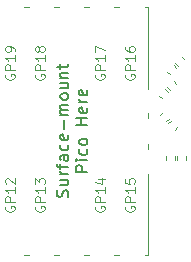
<source format=gbr>
%TF.GenerationSoftware,KiCad,Pcbnew,7.0.10*%
%TF.CreationDate,2024-02-18T21:52:23+13:00*%
%TF.ProjectId,dvi-sock,6476692d-736f-4636-9b2e-6b696361645f,rev?*%
%TF.SameCoordinates,Original*%
%TF.FileFunction,Legend,Top*%
%TF.FilePolarity,Positive*%
%FSLAX46Y46*%
G04 Gerber Fmt 4.6, Leading zero omitted, Abs format (unit mm)*
G04 Created by KiCad (PCBNEW 7.0.10) date 2024-02-18 21:52:23*
%MOMM*%
%LPD*%
G01*
G04 APERTURE LIST*
%ADD10C,0.120000*%
%ADD11C,0.150000*%
G04 APERTURE END LIST*
D10*
X149000000Y-95500000D02*
X149400000Y-95500000D01*
X154400000Y-74500000D02*
X154100000Y-74500000D01*
X151500000Y-95500000D02*
X151900000Y-95500000D01*
X154400000Y-81400000D02*
X154400000Y-74500000D01*
X143900000Y-95500000D02*
X144300000Y-95500000D01*
X144300000Y-74500000D02*
X143900000Y-74500000D01*
X154400000Y-86100000D02*
X154400000Y-86500000D01*
X151900000Y-74500000D02*
X151500000Y-74500000D01*
X154400000Y-88600000D02*
X154400000Y-95500000D01*
X146900000Y-74500000D02*
X146400000Y-74500000D01*
X149400000Y-74500000D02*
X149000000Y-74500000D01*
X154400000Y-83500000D02*
X154400000Y-83900000D01*
X154400000Y-95500000D02*
X154100000Y-95500000D01*
X146400000Y-95500000D02*
X146900000Y-95500000D01*
X149969950Y-80200381D02*
X149931855Y-80276571D01*
X149931855Y-80276571D02*
X149931855Y-80390857D01*
X149931855Y-80390857D02*
X149969950Y-80505143D01*
X149969950Y-80505143D02*
X150046140Y-80581333D01*
X150046140Y-80581333D02*
X150122331Y-80619428D01*
X150122331Y-80619428D02*
X150274712Y-80657524D01*
X150274712Y-80657524D02*
X150388998Y-80657524D01*
X150388998Y-80657524D02*
X150541379Y-80619428D01*
X150541379Y-80619428D02*
X150617569Y-80581333D01*
X150617569Y-80581333D02*
X150693760Y-80505143D01*
X150693760Y-80505143D02*
X150731855Y-80390857D01*
X150731855Y-80390857D02*
X150731855Y-80314666D01*
X150731855Y-80314666D02*
X150693760Y-80200381D01*
X150693760Y-80200381D02*
X150655664Y-80162285D01*
X150655664Y-80162285D02*
X150388998Y-80162285D01*
X150388998Y-80162285D02*
X150388998Y-80314666D01*
X150731855Y-79819428D02*
X149931855Y-79819428D01*
X149931855Y-79819428D02*
X149931855Y-79514666D01*
X149931855Y-79514666D02*
X149969950Y-79438476D01*
X149969950Y-79438476D02*
X150008045Y-79400381D01*
X150008045Y-79400381D02*
X150084236Y-79362285D01*
X150084236Y-79362285D02*
X150198521Y-79362285D01*
X150198521Y-79362285D02*
X150274712Y-79400381D01*
X150274712Y-79400381D02*
X150312807Y-79438476D01*
X150312807Y-79438476D02*
X150350902Y-79514666D01*
X150350902Y-79514666D02*
X150350902Y-79819428D01*
X150731855Y-78600381D02*
X150731855Y-79057524D01*
X150731855Y-78828952D02*
X149931855Y-78828952D01*
X149931855Y-78828952D02*
X150046140Y-78905143D01*
X150046140Y-78905143D02*
X150122331Y-78981333D01*
X150122331Y-78981333D02*
X150160426Y-79057524D01*
X149931855Y-78333714D02*
X149931855Y-77800380D01*
X149931855Y-77800380D02*
X150731855Y-78143238D01*
X152509950Y-80200381D02*
X152471855Y-80276571D01*
X152471855Y-80276571D02*
X152471855Y-80390857D01*
X152471855Y-80390857D02*
X152509950Y-80505143D01*
X152509950Y-80505143D02*
X152586140Y-80581333D01*
X152586140Y-80581333D02*
X152662331Y-80619428D01*
X152662331Y-80619428D02*
X152814712Y-80657524D01*
X152814712Y-80657524D02*
X152928998Y-80657524D01*
X152928998Y-80657524D02*
X153081379Y-80619428D01*
X153081379Y-80619428D02*
X153157569Y-80581333D01*
X153157569Y-80581333D02*
X153233760Y-80505143D01*
X153233760Y-80505143D02*
X153271855Y-80390857D01*
X153271855Y-80390857D02*
X153271855Y-80314666D01*
X153271855Y-80314666D02*
X153233760Y-80200381D01*
X153233760Y-80200381D02*
X153195664Y-80162285D01*
X153195664Y-80162285D02*
X152928998Y-80162285D01*
X152928998Y-80162285D02*
X152928998Y-80314666D01*
X153271855Y-79819428D02*
X152471855Y-79819428D01*
X152471855Y-79819428D02*
X152471855Y-79514666D01*
X152471855Y-79514666D02*
X152509950Y-79438476D01*
X152509950Y-79438476D02*
X152548045Y-79400381D01*
X152548045Y-79400381D02*
X152624236Y-79362285D01*
X152624236Y-79362285D02*
X152738521Y-79362285D01*
X152738521Y-79362285D02*
X152814712Y-79400381D01*
X152814712Y-79400381D02*
X152852807Y-79438476D01*
X152852807Y-79438476D02*
X152890902Y-79514666D01*
X152890902Y-79514666D02*
X152890902Y-79819428D01*
X153271855Y-78600381D02*
X153271855Y-79057524D01*
X153271855Y-78828952D02*
X152471855Y-78828952D01*
X152471855Y-78828952D02*
X152586140Y-78905143D01*
X152586140Y-78905143D02*
X152662331Y-78981333D01*
X152662331Y-78981333D02*
X152700426Y-79057524D01*
X152471855Y-77914666D02*
X152471855Y-78067047D01*
X152471855Y-78067047D02*
X152509950Y-78143238D01*
X152509950Y-78143238D02*
X152548045Y-78181333D01*
X152548045Y-78181333D02*
X152662331Y-78257523D01*
X152662331Y-78257523D02*
X152814712Y-78295619D01*
X152814712Y-78295619D02*
X153119474Y-78295619D01*
X153119474Y-78295619D02*
X153195664Y-78257523D01*
X153195664Y-78257523D02*
X153233760Y-78219428D01*
X153233760Y-78219428D02*
X153271855Y-78143238D01*
X153271855Y-78143238D02*
X153271855Y-77990857D01*
X153271855Y-77990857D02*
X153233760Y-77914666D01*
X153233760Y-77914666D02*
X153195664Y-77876571D01*
X153195664Y-77876571D02*
X153119474Y-77838476D01*
X153119474Y-77838476D02*
X152928998Y-77838476D01*
X152928998Y-77838476D02*
X152852807Y-77876571D01*
X152852807Y-77876571D02*
X152814712Y-77914666D01*
X152814712Y-77914666D02*
X152776617Y-77990857D01*
X152776617Y-77990857D02*
X152776617Y-78143238D01*
X152776617Y-78143238D02*
X152814712Y-78219428D01*
X152814712Y-78219428D02*
X152852807Y-78257523D01*
X152852807Y-78257523D02*
X152928998Y-78295619D01*
X142349950Y-80200381D02*
X142311855Y-80276571D01*
X142311855Y-80276571D02*
X142311855Y-80390857D01*
X142311855Y-80390857D02*
X142349950Y-80505143D01*
X142349950Y-80505143D02*
X142426140Y-80581333D01*
X142426140Y-80581333D02*
X142502331Y-80619428D01*
X142502331Y-80619428D02*
X142654712Y-80657524D01*
X142654712Y-80657524D02*
X142768998Y-80657524D01*
X142768998Y-80657524D02*
X142921379Y-80619428D01*
X142921379Y-80619428D02*
X142997569Y-80581333D01*
X142997569Y-80581333D02*
X143073760Y-80505143D01*
X143073760Y-80505143D02*
X143111855Y-80390857D01*
X143111855Y-80390857D02*
X143111855Y-80314666D01*
X143111855Y-80314666D02*
X143073760Y-80200381D01*
X143073760Y-80200381D02*
X143035664Y-80162285D01*
X143035664Y-80162285D02*
X142768998Y-80162285D01*
X142768998Y-80162285D02*
X142768998Y-80314666D01*
X143111855Y-79819428D02*
X142311855Y-79819428D01*
X142311855Y-79819428D02*
X142311855Y-79514666D01*
X142311855Y-79514666D02*
X142349950Y-79438476D01*
X142349950Y-79438476D02*
X142388045Y-79400381D01*
X142388045Y-79400381D02*
X142464236Y-79362285D01*
X142464236Y-79362285D02*
X142578521Y-79362285D01*
X142578521Y-79362285D02*
X142654712Y-79400381D01*
X142654712Y-79400381D02*
X142692807Y-79438476D01*
X142692807Y-79438476D02*
X142730902Y-79514666D01*
X142730902Y-79514666D02*
X142730902Y-79819428D01*
X143111855Y-78600381D02*
X143111855Y-79057524D01*
X143111855Y-78828952D02*
X142311855Y-78828952D01*
X142311855Y-78828952D02*
X142426140Y-78905143D01*
X142426140Y-78905143D02*
X142502331Y-78981333D01*
X142502331Y-78981333D02*
X142540426Y-79057524D01*
X143111855Y-78219428D02*
X143111855Y-78067047D01*
X143111855Y-78067047D02*
X143073760Y-77990857D01*
X143073760Y-77990857D02*
X143035664Y-77952761D01*
X143035664Y-77952761D02*
X142921379Y-77876571D01*
X142921379Y-77876571D02*
X142768998Y-77838476D01*
X142768998Y-77838476D02*
X142464236Y-77838476D01*
X142464236Y-77838476D02*
X142388045Y-77876571D01*
X142388045Y-77876571D02*
X142349950Y-77914666D01*
X142349950Y-77914666D02*
X142311855Y-77990857D01*
X142311855Y-77990857D02*
X142311855Y-78143238D01*
X142311855Y-78143238D02*
X142349950Y-78219428D01*
X142349950Y-78219428D02*
X142388045Y-78257523D01*
X142388045Y-78257523D02*
X142464236Y-78295619D01*
X142464236Y-78295619D02*
X142654712Y-78295619D01*
X142654712Y-78295619D02*
X142730902Y-78257523D01*
X142730902Y-78257523D02*
X142768998Y-78219428D01*
X142768998Y-78219428D02*
X142807093Y-78143238D01*
X142807093Y-78143238D02*
X142807093Y-77990857D01*
X142807093Y-77990857D02*
X142768998Y-77914666D01*
X142768998Y-77914666D02*
X142730902Y-77876571D01*
X142730902Y-77876571D02*
X142654712Y-77838476D01*
X152509950Y-91376381D02*
X152471855Y-91452571D01*
X152471855Y-91452571D02*
X152471855Y-91566857D01*
X152471855Y-91566857D02*
X152509950Y-91681143D01*
X152509950Y-91681143D02*
X152586140Y-91757333D01*
X152586140Y-91757333D02*
X152662331Y-91795428D01*
X152662331Y-91795428D02*
X152814712Y-91833524D01*
X152814712Y-91833524D02*
X152928998Y-91833524D01*
X152928998Y-91833524D02*
X153081379Y-91795428D01*
X153081379Y-91795428D02*
X153157569Y-91757333D01*
X153157569Y-91757333D02*
X153233760Y-91681143D01*
X153233760Y-91681143D02*
X153271855Y-91566857D01*
X153271855Y-91566857D02*
X153271855Y-91490666D01*
X153271855Y-91490666D02*
X153233760Y-91376381D01*
X153233760Y-91376381D02*
X153195664Y-91338285D01*
X153195664Y-91338285D02*
X152928998Y-91338285D01*
X152928998Y-91338285D02*
X152928998Y-91490666D01*
X153271855Y-90995428D02*
X152471855Y-90995428D01*
X152471855Y-90995428D02*
X152471855Y-90690666D01*
X152471855Y-90690666D02*
X152509950Y-90614476D01*
X152509950Y-90614476D02*
X152548045Y-90576381D01*
X152548045Y-90576381D02*
X152624236Y-90538285D01*
X152624236Y-90538285D02*
X152738521Y-90538285D01*
X152738521Y-90538285D02*
X152814712Y-90576381D01*
X152814712Y-90576381D02*
X152852807Y-90614476D01*
X152852807Y-90614476D02*
X152890902Y-90690666D01*
X152890902Y-90690666D02*
X152890902Y-90995428D01*
X153271855Y-89776381D02*
X153271855Y-90233524D01*
X153271855Y-90004952D02*
X152471855Y-90004952D01*
X152471855Y-90004952D02*
X152586140Y-90081143D01*
X152586140Y-90081143D02*
X152662331Y-90157333D01*
X152662331Y-90157333D02*
X152700426Y-90233524D01*
X152471855Y-89052571D02*
X152471855Y-89433523D01*
X152471855Y-89433523D02*
X152852807Y-89471619D01*
X152852807Y-89471619D02*
X152814712Y-89433523D01*
X152814712Y-89433523D02*
X152776617Y-89357333D01*
X152776617Y-89357333D02*
X152776617Y-89166857D01*
X152776617Y-89166857D02*
X152814712Y-89090666D01*
X152814712Y-89090666D02*
X152852807Y-89052571D01*
X152852807Y-89052571D02*
X152928998Y-89014476D01*
X152928998Y-89014476D02*
X153119474Y-89014476D01*
X153119474Y-89014476D02*
X153195664Y-89052571D01*
X153195664Y-89052571D02*
X153233760Y-89090666D01*
X153233760Y-89090666D02*
X153271855Y-89166857D01*
X153271855Y-89166857D02*
X153271855Y-89357333D01*
X153271855Y-89357333D02*
X153233760Y-89433523D01*
X153233760Y-89433523D02*
X153195664Y-89471619D01*
D11*
X147602200Y-90571428D02*
X147649819Y-90428571D01*
X147649819Y-90428571D02*
X147649819Y-90190476D01*
X147649819Y-90190476D02*
X147602200Y-90095238D01*
X147602200Y-90095238D02*
X147554580Y-90047619D01*
X147554580Y-90047619D02*
X147459342Y-90000000D01*
X147459342Y-90000000D02*
X147364104Y-90000000D01*
X147364104Y-90000000D02*
X147268866Y-90047619D01*
X147268866Y-90047619D02*
X147221247Y-90095238D01*
X147221247Y-90095238D02*
X147173628Y-90190476D01*
X147173628Y-90190476D02*
X147126009Y-90380952D01*
X147126009Y-90380952D02*
X147078390Y-90476190D01*
X147078390Y-90476190D02*
X147030771Y-90523809D01*
X147030771Y-90523809D02*
X146935533Y-90571428D01*
X146935533Y-90571428D02*
X146840295Y-90571428D01*
X146840295Y-90571428D02*
X146745057Y-90523809D01*
X146745057Y-90523809D02*
X146697438Y-90476190D01*
X146697438Y-90476190D02*
X146649819Y-90380952D01*
X146649819Y-90380952D02*
X146649819Y-90142857D01*
X146649819Y-90142857D02*
X146697438Y-90000000D01*
X146983152Y-89142857D02*
X147649819Y-89142857D01*
X146983152Y-89571428D02*
X147506961Y-89571428D01*
X147506961Y-89571428D02*
X147602200Y-89523809D01*
X147602200Y-89523809D02*
X147649819Y-89428571D01*
X147649819Y-89428571D02*
X147649819Y-89285714D01*
X147649819Y-89285714D02*
X147602200Y-89190476D01*
X147602200Y-89190476D02*
X147554580Y-89142857D01*
X147649819Y-88666666D02*
X146983152Y-88666666D01*
X147173628Y-88666666D02*
X147078390Y-88619047D01*
X147078390Y-88619047D02*
X147030771Y-88571428D01*
X147030771Y-88571428D02*
X146983152Y-88476190D01*
X146983152Y-88476190D02*
X146983152Y-88380952D01*
X146983152Y-88190475D02*
X146983152Y-87809523D01*
X147649819Y-88047618D02*
X146792676Y-88047618D01*
X146792676Y-88047618D02*
X146697438Y-87999999D01*
X146697438Y-87999999D02*
X146649819Y-87904761D01*
X146649819Y-87904761D02*
X146649819Y-87809523D01*
X147649819Y-87047618D02*
X147126009Y-87047618D01*
X147126009Y-87047618D02*
X147030771Y-87095237D01*
X147030771Y-87095237D02*
X146983152Y-87190475D01*
X146983152Y-87190475D02*
X146983152Y-87380951D01*
X146983152Y-87380951D02*
X147030771Y-87476189D01*
X147602200Y-87047618D02*
X147649819Y-87142856D01*
X147649819Y-87142856D02*
X147649819Y-87380951D01*
X147649819Y-87380951D02*
X147602200Y-87476189D01*
X147602200Y-87476189D02*
X147506961Y-87523808D01*
X147506961Y-87523808D02*
X147411723Y-87523808D01*
X147411723Y-87523808D02*
X147316485Y-87476189D01*
X147316485Y-87476189D02*
X147268866Y-87380951D01*
X147268866Y-87380951D02*
X147268866Y-87142856D01*
X147268866Y-87142856D02*
X147221247Y-87047618D01*
X147602200Y-86142856D02*
X147649819Y-86238094D01*
X147649819Y-86238094D02*
X147649819Y-86428570D01*
X147649819Y-86428570D02*
X147602200Y-86523808D01*
X147602200Y-86523808D02*
X147554580Y-86571427D01*
X147554580Y-86571427D02*
X147459342Y-86619046D01*
X147459342Y-86619046D02*
X147173628Y-86619046D01*
X147173628Y-86619046D02*
X147078390Y-86571427D01*
X147078390Y-86571427D02*
X147030771Y-86523808D01*
X147030771Y-86523808D02*
X146983152Y-86428570D01*
X146983152Y-86428570D02*
X146983152Y-86238094D01*
X146983152Y-86238094D02*
X147030771Y-86142856D01*
X147602200Y-85333332D02*
X147649819Y-85428570D01*
X147649819Y-85428570D02*
X147649819Y-85619046D01*
X147649819Y-85619046D02*
X147602200Y-85714284D01*
X147602200Y-85714284D02*
X147506961Y-85761903D01*
X147506961Y-85761903D02*
X147126009Y-85761903D01*
X147126009Y-85761903D02*
X147030771Y-85714284D01*
X147030771Y-85714284D02*
X146983152Y-85619046D01*
X146983152Y-85619046D02*
X146983152Y-85428570D01*
X146983152Y-85428570D02*
X147030771Y-85333332D01*
X147030771Y-85333332D02*
X147126009Y-85285713D01*
X147126009Y-85285713D02*
X147221247Y-85285713D01*
X147221247Y-85285713D02*
X147316485Y-85761903D01*
X147268866Y-84857141D02*
X147268866Y-84095237D01*
X147649819Y-83619046D02*
X146983152Y-83619046D01*
X147078390Y-83619046D02*
X147030771Y-83571427D01*
X147030771Y-83571427D02*
X146983152Y-83476189D01*
X146983152Y-83476189D02*
X146983152Y-83333332D01*
X146983152Y-83333332D02*
X147030771Y-83238094D01*
X147030771Y-83238094D02*
X147126009Y-83190475D01*
X147126009Y-83190475D02*
X147649819Y-83190475D01*
X147126009Y-83190475D02*
X147030771Y-83142856D01*
X147030771Y-83142856D02*
X146983152Y-83047618D01*
X146983152Y-83047618D02*
X146983152Y-82904761D01*
X146983152Y-82904761D02*
X147030771Y-82809522D01*
X147030771Y-82809522D02*
X147126009Y-82761903D01*
X147126009Y-82761903D02*
X147649819Y-82761903D01*
X147649819Y-82142856D02*
X147602200Y-82238094D01*
X147602200Y-82238094D02*
X147554580Y-82285713D01*
X147554580Y-82285713D02*
X147459342Y-82333332D01*
X147459342Y-82333332D02*
X147173628Y-82333332D01*
X147173628Y-82333332D02*
X147078390Y-82285713D01*
X147078390Y-82285713D02*
X147030771Y-82238094D01*
X147030771Y-82238094D02*
X146983152Y-82142856D01*
X146983152Y-82142856D02*
X146983152Y-81999999D01*
X146983152Y-81999999D02*
X147030771Y-81904761D01*
X147030771Y-81904761D02*
X147078390Y-81857142D01*
X147078390Y-81857142D02*
X147173628Y-81809523D01*
X147173628Y-81809523D02*
X147459342Y-81809523D01*
X147459342Y-81809523D02*
X147554580Y-81857142D01*
X147554580Y-81857142D02*
X147602200Y-81904761D01*
X147602200Y-81904761D02*
X147649819Y-81999999D01*
X147649819Y-81999999D02*
X147649819Y-82142856D01*
X146983152Y-80952380D02*
X147649819Y-80952380D01*
X146983152Y-81380951D02*
X147506961Y-81380951D01*
X147506961Y-81380951D02*
X147602200Y-81333332D01*
X147602200Y-81333332D02*
X147649819Y-81238094D01*
X147649819Y-81238094D02*
X147649819Y-81095237D01*
X147649819Y-81095237D02*
X147602200Y-80999999D01*
X147602200Y-80999999D02*
X147554580Y-80952380D01*
X146983152Y-80476189D02*
X147649819Y-80476189D01*
X147078390Y-80476189D02*
X147030771Y-80428570D01*
X147030771Y-80428570D02*
X146983152Y-80333332D01*
X146983152Y-80333332D02*
X146983152Y-80190475D01*
X146983152Y-80190475D02*
X147030771Y-80095237D01*
X147030771Y-80095237D02*
X147126009Y-80047618D01*
X147126009Y-80047618D02*
X147649819Y-80047618D01*
X146983152Y-79714284D02*
X146983152Y-79333332D01*
X146649819Y-79571427D02*
X147506961Y-79571427D01*
X147506961Y-79571427D02*
X147602200Y-79523808D01*
X147602200Y-79523808D02*
X147649819Y-79428570D01*
X147649819Y-79428570D02*
X147649819Y-79333332D01*
X149259819Y-88452380D02*
X148259819Y-88452380D01*
X148259819Y-88452380D02*
X148259819Y-88071428D01*
X148259819Y-88071428D02*
X148307438Y-87976190D01*
X148307438Y-87976190D02*
X148355057Y-87928571D01*
X148355057Y-87928571D02*
X148450295Y-87880952D01*
X148450295Y-87880952D02*
X148593152Y-87880952D01*
X148593152Y-87880952D02*
X148688390Y-87928571D01*
X148688390Y-87928571D02*
X148736009Y-87976190D01*
X148736009Y-87976190D02*
X148783628Y-88071428D01*
X148783628Y-88071428D02*
X148783628Y-88452380D01*
X149259819Y-87452380D02*
X148593152Y-87452380D01*
X148259819Y-87452380D02*
X148307438Y-87499999D01*
X148307438Y-87499999D02*
X148355057Y-87452380D01*
X148355057Y-87452380D02*
X148307438Y-87404761D01*
X148307438Y-87404761D02*
X148259819Y-87452380D01*
X148259819Y-87452380D02*
X148355057Y-87452380D01*
X149212200Y-86547619D02*
X149259819Y-86642857D01*
X149259819Y-86642857D02*
X149259819Y-86833333D01*
X149259819Y-86833333D02*
X149212200Y-86928571D01*
X149212200Y-86928571D02*
X149164580Y-86976190D01*
X149164580Y-86976190D02*
X149069342Y-87023809D01*
X149069342Y-87023809D02*
X148783628Y-87023809D01*
X148783628Y-87023809D02*
X148688390Y-86976190D01*
X148688390Y-86976190D02*
X148640771Y-86928571D01*
X148640771Y-86928571D02*
X148593152Y-86833333D01*
X148593152Y-86833333D02*
X148593152Y-86642857D01*
X148593152Y-86642857D02*
X148640771Y-86547619D01*
X149259819Y-85976190D02*
X149212200Y-86071428D01*
X149212200Y-86071428D02*
X149164580Y-86119047D01*
X149164580Y-86119047D02*
X149069342Y-86166666D01*
X149069342Y-86166666D02*
X148783628Y-86166666D01*
X148783628Y-86166666D02*
X148688390Y-86119047D01*
X148688390Y-86119047D02*
X148640771Y-86071428D01*
X148640771Y-86071428D02*
X148593152Y-85976190D01*
X148593152Y-85976190D02*
X148593152Y-85833333D01*
X148593152Y-85833333D02*
X148640771Y-85738095D01*
X148640771Y-85738095D02*
X148688390Y-85690476D01*
X148688390Y-85690476D02*
X148783628Y-85642857D01*
X148783628Y-85642857D02*
X149069342Y-85642857D01*
X149069342Y-85642857D02*
X149164580Y-85690476D01*
X149164580Y-85690476D02*
X149212200Y-85738095D01*
X149212200Y-85738095D02*
X149259819Y-85833333D01*
X149259819Y-85833333D02*
X149259819Y-85976190D01*
X149259819Y-84452380D02*
X148259819Y-84452380D01*
X148736009Y-84452380D02*
X148736009Y-83880952D01*
X149259819Y-83880952D02*
X148259819Y-83880952D01*
X149212200Y-83023809D02*
X149259819Y-83119047D01*
X149259819Y-83119047D02*
X149259819Y-83309523D01*
X149259819Y-83309523D02*
X149212200Y-83404761D01*
X149212200Y-83404761D02*
X149116961Y-83452380D01*
X149116961Y-83452380D02*
X148736009Y-83452380D01*
X148736009Y-83452380D02*
X148640771Y-83404761D01*
X148640771Y-83404761D02*
X148593152Y-83309523D01*
X148593152Y-83309523D02*
X148593152Y-83119047D01*
X148593152Y-83119047D02*
X148640771Y-83023809D01*
X148640771Y-83023809D02*
X148736009Y-82976190D01*
X148736009Y-82976190D02*
X148831247Y-82976190D01*
X148831247Y-82976190D02*
X148926485Y-83452380D01*
X149259819Y-82547618D02*
X148593152Y-82547618D01*
X148783628Y-82547618D02*
X148688390Y-82499999D01*
X148688390Y-82499999D02*
X148640771Y-82452380D01*
X148640771Y-82452380D02*
X148593152Y-82357142D01*
X148593152Y-82357142D02*
X148593152Y-82261904D01*
X149212200Y-81547618D02*
X149259819Y-81642856D01*
X149259819Y-81642856D02*
X149259819Y-81833332D01*
X149259819Y-81833332D02*
X149212200Y-81928570D01*
X149212200Y-81928570D02*
X149116961Y-81976189D01*
X149116961Y-81976189D02*
X148736009Y-81976189D01*
X148736009Y-81976189D02*
X148640771Y-81928570D01*
X148640771Y-81928570D02*
X148593152Y-81833332D01*
X148593152Y-81833332D02*
X148593152Y-81642856D01*
X148593152Y-81642856D02*
X148640771Y-81547618D01*
X148640771Y-81547618D02*
X148736009Y-81499999D01*
X148736009Y-81499999D02*
X148831247Y-81499999D01*
X148831247Y-81499999D02*
X148926485Y-81976189D01*
D10*
X144889950Y-91376381D02*
X144851855Y-91452571D01*
X144851855Y-91452571D02*
X144851855Y-91566857D01*
X144851855Y-91566857D02*
X144889950Y-91681143D01*
X144889950Y-91681143D02*
X144966140Y-91757333D01*
X144966140Y-91757333D02*
X145042331Y-91795428D01*
X145042331Y-91795428D02*
X145194712Y-91833524D01*
X145194712Y-91833524D02*
X145308998Y-91833524D01*
X145308998Y-91833524D02*
X145461379Y-91795428D01*
X145461379Y-91795428D02*
X145537569Y-91757333D01*
X145537569Y-91757333D02*
X145613760Y-91681143D01*
X145613760Y-91681143D02*
X145651855Y-91566857D01*
X145651855Y-91566857D02*
X145651855Y-91490666D01*
X145651855Y-91490666D02*
X145613760Y-91376381D01*
X145613760Y-91376381D02*
X145575664Y-91338285D01*
X145575664Y-91338285D02*
X145308998Y-91338285D01*
X145308998Y-91338285D02*
X145308998Y-91490666D01*
X145651855Y-90995428D02*
X144851855Y-90995428D01*
X144851855Y-90995428D02*
X144851855Y-90690666D01*
X144851855Y-90690666D02*
X144889950Y-90614476D01*
X144889950Y-90614476D02*
X144928045Y-90576381D01*
X144928045Y-90576381D02*
X145004236Y-90538285D01*
X145004236Y-90538285D02*
X145118521Y-90538285D01*
X145118521Y-90538285D02*
X145194712Y-90576381D01*
X145194712Y-90576381D02*
X145232807Y-90614476D01*
X145232807Y-90614476D02*
X145270902Y-90690666D01*
X145270902Y-90690666D02*
X145270902Y-90995428D01*
X145651855Y-89776381D02*
X145651855Y-90233524D01*
X145651855Y-90004952D02*
X144851855Y-90004952D01*
X144851855Y-90004952D02*
X144966140Y-90081143D01*
X144966140Y-90081143D02*
X145042331Y-90157333D01*
X145042331Y-90157333D02*
X145080426Y-90233524D01*
X144851855Y-89509714D02*
X144851855Y-89014476D01*
X144851855Y-89014476D02*
X145156617Y-89281142D01*
X145156617Y-89281142D02*
X145156617Y-89166857D01*
X145156617Y-89166857D02*
X145194712Y-89090666D01*
X145194712Y-89090666D02*
X145232807Y-89052571D01*
X145232807Y-89052571D02*
X145308998Y-89014476D01*
X145308998Y-89014476D02*
X145499474Y-89014476D01*
X145499474Y-89014476D02*
X145575664Y-89052571D01*
X145575664Y-89052571D02*
X145613760Y-89090666D01*
X145613760Y-89090666D02*
X145651855Y-89166857D01*
X145651855Y-89166857D02*
X145651855Y-89395428D01*
X145651855Y-89395428D02*
X145613760Y-89471619D01*
X145613760Y-89471619D02*
X145575664Y-89509714D01*
X149969950Y-91376381D02*
X149931855Y-91452571D01*
X149931855Y-91452571D02*
X149931855Y-91566857D01*
X149931855Y-91566857D02*
X149969950Y-91681143D01*
X149969950Y-91681143D02*
X150046140Y-91757333D01*
X150046140Y-91757333D02*
X150122331Y-91795428D01*
X150122331Y-91795428D02*
X150274712Y-91833524D01*
X150274712Y-91833524D02*
X150388998Y-91833524D01*
X150388998Y-91833524D02*
X150541379Y-91795428D01*
X150541379Y-91795428D02*
X150617569Y-91757333D01*
X150617569Y-91757333D02*
X150693760Y-91681143D01*
X150693760Y-91681143D02*
X150731855Y-91566857D01*
X150731855Y-91566857D02*
X150731855Y-91490666D01*
X150731855Y-91490666D02*
X150693760Y-91376381D01*
X150693760Y-91376381D02*
X150655664Y-91338285D01*
X150655664Y-91338285D02*
X150388998Y-91338285D01*
X150388998Y-91338285D02*
X150388998Y-91490666D01*
X150731855Y-90995428D02*
X149931855Y-90995428D01*
X149931855Y-90995428D02*
X149931855Y-90690666D01*
X149931855Y-90690666D02*
X149969950Y-90614476D01*
X149969950Y-90614476D02*
X150008045Y-90576381D01*
X150008045Y-90576381D02*
X150084236Y-90538285D01*
X150084236Y-90538285D02*
X150198521Y-90538285D01*
X150198521Y-90538285D02*
X150274712Y-90576381D01*
X150274712Y-90576381D02*
X150312807Y-90614476D01*
X150312807Y-90614476D02*
X150350902Y-90690666D01*
X150350902Y-90690666D02*
X150350902Y-90995428D01*
X150731855Y-89776381D02*
X150731855Y-90233524D01*
X150731855Y-90004952D02*
X149931855Y-90004952D01*
X149931855Y-90004952D02*
X150046140Y-90081143D01*
X150046140Y-90081143D02*
X150122331Y-90157333D01*
X150122331Y-90157333D02*
X150160426Y-90233524D01*
X150198521Y-89090666D02*
X150731855Y-89090666D01*
X149893760Y-89281142D02*
X150465188Y-89471619D01*
X150465188Y-89471619D02*
X150465188Y-88976380D01*
X142349950Y-91376381D02*
X142311855Y-91452571D01*
X142311855Y-91452571D02*
X142311855Y-91566857D01*
X142311855Y-91566857D02*
X142349950Y-91681143D01*
X142349950Y-91681143D02*
X142426140Y-91757333D01*
X142426140Y-91757333D02*
X142502331Y-91795428D01*
X142502331Y-91795428D02*
X142654712Y-91833524D01*
X142654712Y-91833524D02*
X142768998Y-91833524D01*
X142768998Y-91833524D02*
X142921379Y-91795428D01*
X142921379Y-91795428D02*
X142997569Y-91757333D01*
X142997569Y-91757333D02*
X143073760Y-91681143D01*
X143073760Y-91681143D02*
X143111855Y-91566857D01*
X143111855Y-91566857D02*
X143111855Y-91490666D01*
X143111855Y-91490666D02*
X143073760Y-91376381D01*
X143073760Y-91376381D02*
X143035664Y-91338285D01*
X143035664Y-91338285D02*
X142768998Y-91338285D01*
X142768998Y-91338285D02*
X142768998Y-91490666D01*
X143111855Y-90995428D02*
X142311855Y-90995428D01*
X142311855Y-90995428D02*
X142311855Y-90690666D01*
X142311855Y-90690666D02*
X142349950Y-90614476D01*
X142349950Y-90614476D02*
X142388045Y-90576381D01*
X142388045Y-90576381D02*
X142464236Y-90538285D01*
X142464236Y-90538285D02*
X142578521Y-90538285D01*
X142578521Y-90538285D02*
X142654712Y-90576381D01*
X142654712Y-90576381D02*
X142692807Y-90614476D01*
X142692807Y-90614476D02*
X142730902Y-90690666D01*
X142730902Y-90690666D02*
X142730902Y-90995428D01*
X143111855Y-89776381D02*
X143111855Y-90233524D01*
X143111855Y-90004952D02*
X142311855Y-90004952D01*
X142311855Y-90004952D02*
X142426140Y-90081143D01*
X142426140Y-90081143D02*
X142502331Y-90157333D01*
X142502331Y-90157333D02*
X142540426Y-90233524D01*
X142388045Y-89471619D02*
X142349950Y-89433523D01*
X142349950Y-89433523D02*
X142311855Y-89357333D01*
X142311855Y-89357333D02*
X142311855Y-89166857D01*
X142311855Y-89166857D02*
X142349950Y-89090666D01*
X142349950Y-89090666D02*
X142388045Y-89052571D01*
X142388045Y-89052571D02*
X142464236Y-89014476D01*
X142464236Y-89014476D02*
X142540426Y-89014476D01*
X142540426Y-89014476D02*
X142654712Y-89052571D01*
X142654712Y-89052571D02*
X143111855Y-89509714D01*
X143111855Y-89509714D02*
X143111855Y-89014476D01*
X144889950Y-80200381D02*
X144851855Y-80276571D01*
X144851855Y-80276571D02*
X144851855Y-80390857D01*
X144851855Y-80390857D02*
X144889950Y-80505143D01*
X144889950Y-80505143D02*
X144966140Y-80581333D01*
X144966140Y-80581333D02*
X145042331Y-80619428D01*
X145042331Y-80619428D02*
X145194712Y-80657524D01*
X145194712Y-80657524D02*
X145308998Y-80657524D01*
X145308998Y-80657524D02*
X145461379Y-80619428D01*
X145461379Y-80619428D02*
X145537569Y-80581333D01*
X145537569Y-80581333D02*
X145613760Y-80505143D01*
X145613760Y-80505143D02*
X145651855Y-80390857D01*
X145651855Y-80390857D02*
X145651855Y-80314666D01*
X145651855Y-80314666D02*
X145613760Y-80200381D01*
X145613760Y-80200381D02*
X145575664Y-80162285D01*
X145575664Y-80162285D02*
X145308998Y-80162285D01*
X145308998Y-80162285D02*
X145308998Y-80314666D01*
X145651855Y-79819428D02*
X144851855Y-79819428D01*
X144851855Y-79819428D02*
X144851855Y-79514666D01*
X144851855Y-79514666D02*
X144889950Y-79438476D01*
X144889950Y-79438476D02*
X144928045Y-79400381D01*
X144928045Y-79400381D02*
X145004236Y-79362285D01*
X145004236Y-79362285D02*
X145118521Y-79362285D01*
X145118521Y-79362285D02*
X145194712Y-79400381D01*
X145194712Y-79400381D02*
X145232807Y-79438476D01*
X145232807Y-79438476D02*
X145270902Y-79514666D01*
X145270902Y-79514666D02*
X145270902Y-79819428D01*
X145651855Y-78600381D02*
X145651855Y-79057524D01*
X145651855Y-78828952D02*
X144851855Y-78828952D01*
X144851855Y-78828952D02*
X144966140Y-78905143D01*
X144966140Y-78905143D02*
X145042331Y-78981333D01*
X145042331Y-78981333D02*
X145080426Y-79057524D01*
X145194712Y-78143238D02*
X145156617Y-78219428D01*
X145156617Y-78219428D02*
X145118521Y-78257523D01*
X145118521Y-78257523D02*
X145042331Y-78295619D01*
X145042331Y-78295619D02*
X145004236Y-78295619D01*
X145004236Y-78295619D02*
X144928045Y-78257523D01*
X144928045Y-78257523D02*
X144889950Y-78219428D01*
X144889950Y-78219428D02*
X144851855Y-78143238D01*
X144851855Y-78143238D02*
X144851855Y-77990857D01*
X144851855Y-77990857D02*
X144889950Y-77914666D01*
X144889950Y-77914666D02*
X144928045Y-77876571D01*
X144928045Y-77876571D02*
X145004236Y-77838476D01*
X145004236Y-77838476D02*
X145042331Y-77838476D01*
X145042331Y-77838476D02*
X145118521Y-77876571D01*
X145118521Y-77876571D02*
X145156617Y-77914666D01*
X145156617Y-77914666D02*
X145194712Y-77990857D01*
X145194712Y-77990857D02*
X145194712Y-78143238D01*
X145194712Y-78143238D02*
X145232807Y-78219428D01*
X145232807Y-78219428D02*
X145270902Y-78257523D01*
X145270902Y-78257523D02*
X145347093Y-78295619D01*
X145347093Y-78295619D02*
X145499474Y-78295619D01*
X145499474Y-78295619D02*
X145575664Y-78257523D01*
X145575664Y-78257523D02*
X145613760Y-78219428D01*
X145613760Y-78219428D02*
X145651855Y-78143238D01*
X145651855Y-78143238D02*
X145651855Y-77990857D01*
X145651855Y-77990857D02*
X145613760Y-77914666D01*
X145613760Y-77914666D02*
X145575664Y-77876571D01*
X145575664Y-77876571D02*
X145499474Y-77838476D01*
X145499474Y-77838476D02*
X145347093Y-77838476D01*
X145347093Y-77838476D02*
X145270902Y-77876571D01*
X145270902Y-77876571D02*
X145232807Y-77914666D01*
X145232807Y-77914666D02*
X145194712Y-77990857D01*
%TO.C,R2*%
X156560060Y-79422659D02*
X156777341Y-79639940D01*
X156022659Y-79960060D02*
X156239940Y-80177341D01*
%TO.C,R8*%
X156870000Y-87453641D02*
X156870000Y-87146359D01*
X157630000Y-87453641D02*
X157630000Y-87146359D01*
%TO.C,R6*%
X156122659Y-84339940D02*
X156339940Y-84122659D01*
X156660060Y-84877341D02*
X156877341Y-84660060D01*
%TO.C,R1*%
X157260060Y-78722659D02*
X157477341Y-78939940D01*
X156722659Y-79260060D02*
X156939940Y-79477341D01*
%TO.C,R7*%
X155920000Y-87453641D02*
X155920000Y-87146359D01*
X156680000Y-87453641D02*
X156680000Y-87146359D01*
%TO.C,R3*%
X156560060Y-80772659D02*
X156777341Y-80989940D01*
X156022659Y-81310060D02*
X156239940Y-81527341D01*
%TO.C,R5*%
X155422659Y-83639940D02*
X155639940Y-83422659D01*
X155960060Y-84177341D02*
X156177341Y-83960060D01*
%TO.C,R4*%
X155860060Y-81472659D02*
X156077341Y-81689940D01*
X155322659Y-82010060D02*
X155539940Y-82227341D01*
%TD*%
M02*

</source>
